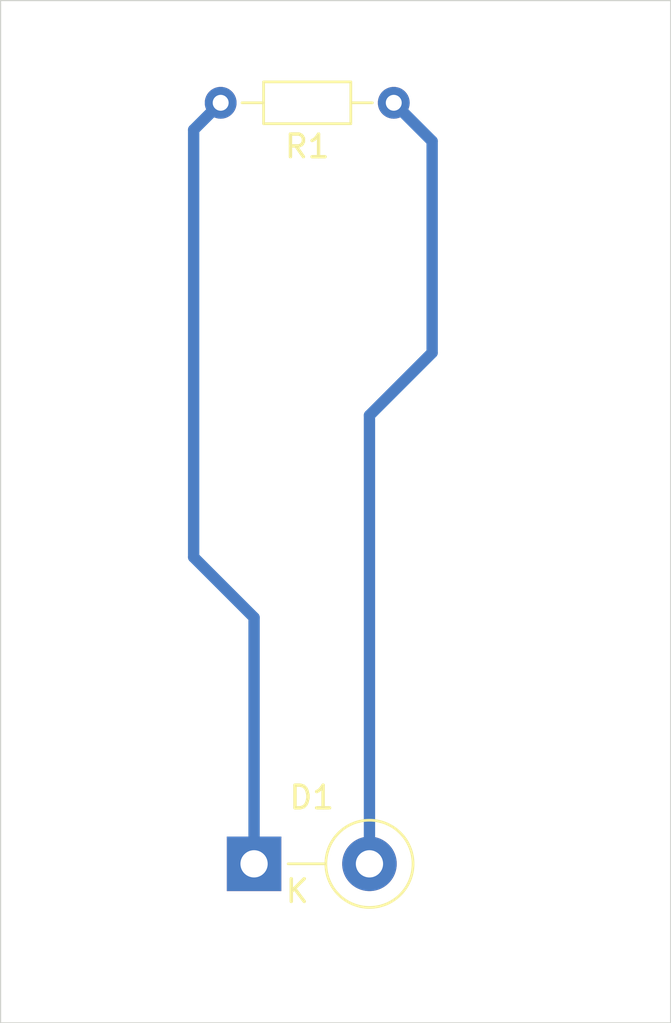
<source format=kicad_pcb>
(kicad_pcb (version 20240108) (generator "pcbnew") (generator_version "8.0")
  (layers (0 "F.Cu" signal) (31 "B.Cu" signal) (34 "B.Paste" user) (35 "F.Paste" user) (36 "B.SilkS" user "B.Silkscreen") (37 "F.SilkS" user "F.Silkscreen") (38 "B.Mask" user) (39 "F.Mask" user) (44 "Edge.Cuts" user))
  (net 0 "")
  (net 1 "Net-(D1-A)")
  (net 2 "Net-(D1-K)")
  (footprint "Diode_THT:D_DO-15_P5.08mm_Vertical_KathodeUp" (layer "F.Cu") (at 163.66 81.5)
    (property "Reference" "D1" (at 2.54 -2.92 0) (layer "F.SilkS"))
    (property "Value" "LED")
    (fp_line (start 3.16 0) (end 1.5 0) (stroke (width 0.12)) (layer "F.SilkS"))
    (fp_circle (center 5.08 0) (end 7 0) (stroke (width 0.12)) (fill none) (layer "F.SilkS"))
    (fp_text user "K" (at 1.9 1.2 0) (layer "F.SilkS"))
    (pad "1" thru_hole rect (at 0 0) (size 2.4 2.4) (drill 1.2) (layers "*.Cu" "*.Mask" "In1.Cu" "In2.Cu" "In3.Cu" "In4.Cu" "In5.Cu" "In6.Cu" "In7.Cu" "In8.Cu" "In9.Cu" "In10.Cu" "In11.Cu" "In12.Cu" "In13.Cu" "In14.Cu" "In15.Cu" "In16.Cu" "In17.Cu" "In18.Cu" "In19.Cu" "In20.Cu" "In21.Cu" "In22.Cu" "In23.Cu" "In24.Cu" "In25.Cu" "In26.Cu" "In27.Cu" "In28.Cu" "In29.Cu" "In30.Cu") (net 2 "Net-(D1-K)"))
    (pad "2" thru_hole oval (at 5.08 0) (size 2.4 2.4) (drill 1.2) (layers "*.Cu" "*.Mask" "In1.Cu" "In2.Cu" "In3.Cu" "In4.Cu" "In5.Cu" "In6.Cu" "In7.Cu" "In8.Cu" "In9.Cu" "In10.Cu" "In11.Cu" "In12.Cu" "In13.Cu" "In14.Cu" "In15.Cu" "In16.Cu" "In17.Cu" "In18.Cu" "In19.Cu" "In20.Cu" "In21.Cu" "In22.Cu" "In23.Cu" "In24.Cu" "In25.Cu" "In26.Cu" "In27.Cu" "In28.Cu" "In29.Cu" "In30.Cu") (net 1 "Net-(D1-A)"))
  )
  (footprint "Resistor_THT:R_Axial_DIN0204_L3.6mm_D1.6mm_P7.62mm_Horizontal" (layer "F.Cu") (at 169.81 48 180)
    (property "Reference" "R1" (at 3.81 -1.92 360) (layer "F.SilkS"))
    (property "Value" "R")
    (fp_line (start 6.68 0) (end 5.73 0) (stroke (width 0.12)) (layer "F.SilkS"))
    (fp_line (start 5.73 0.92) (end 5.73 -0.92) (stroke (width 0.12)) (layer "F.SilkS"))
    (fp_line (start 5.73 -0.92) (end 1.89 -0.92) (stroke (width 0.12)) (layer "F.SilkS"))
    (fp_line (start 1.89 0.92) (end 5.73 0.92) (stroke (width 0.12)) (layer "F.SilkS"))
    (fp_line (start 1.89 -0.92) (end 1.89 0.92) (stroke (width 0.12)) (layer "F.SilkS"))
    (fp_line (start 0.94 0) (end 1.89 0) (stroke (width 0.12)) (layer "F.SilkS"))
    (pad "1" thru_hole circle (at 0 0 180) (size 1.4 1.4) (drill 0.7) (layers "*.Cu" "*.Mask" "In1.Cu" "In2.Cu" "In3.Cu" "In4.Cu" "In5.Cu" "In6.Cu" "In7.Cu" "In8.Cu" "In9.Cu" "In10.Cu" "In11.Cu" "In12.Cu" "In13.Cu" "In14.Cu" "In15.Cu" "In16.Cu" "In17.Cu" "In18.Cu" "In19.Cu" "In20.Cu" "In21.Cu" "In22.Cu" "In23.Cu" "In24.Cu" "In25.Cu" "In26.Cu" "In27.Cu" "In28.Cu" "In29.Cu" "In30.Cu") (net 1 "Net-(D1-A)"))
    (pad "2" thru_hole oval (at 7.62 0 180) (size 1.4 1.4) (drill 0.7) (layers "*.Cu" "*.Mask" "In1.Cu" "In2.Cu" "In3.Cu" "In4.Cu" "In5.Cu" "In6.Cu" "In7.Cu" "In8.Cu" "In9.Cu" "In10.Cu" "In11.Cu" "In12.Cu" "In13.Cu" "In14.Cu" "In15.Cu" "In16.Cu" "In17.Cu" "In18.Cu" "In19.Cu" "In20.Cu" "In21.Cu" "In22.Cu" "In23.Cu" "In24.Cu" "In25.Cu" "In26.Cu" "In27.Cu" "In28.Cu" "In29.Cu" "In30.Cu") (net 2 "Net-(D1-K)"))
  )
  (gr_rect (start 152.5 43.5) (end 182 88.5) (stroke (width 0.05)) (fill none) (layer "Edge.Cuts"))
  (segment (start 171.5 49.69) (end 169.81 48) (width 0.5) (layer "B.Cu") (net 1))
  (segment (start 168.74 61.76) (end 171.5 59) (width 0.5) (layer "B.Cu") (net 1))
  (segment (start 171.5 59) (end 171.5 49.69) (width 0.5) (layer "B.Cu") (net 1))
  (segment (start 168.74 81.5) (end 168.74 61.76) (width 0.5) (layer "B.Cu") (net 1))
  (segment (start 163.66 81.5) (end 163.66 70.66) (width 0.5) (layer "B.Cu") (net 2))
  (segment (start 161 49.19) (end 162.19 48) (width 0.5) (layer "B.Cu") (net 2))
  (segment (start 161 68) (end 161 49.19) (width 0.5) (layer "B.Cu") (net 2))
  (segment (start 163.66 70.66) (end 161 68) (width 0.5) (layer "B.Cu") (net 2))
)
</source>
